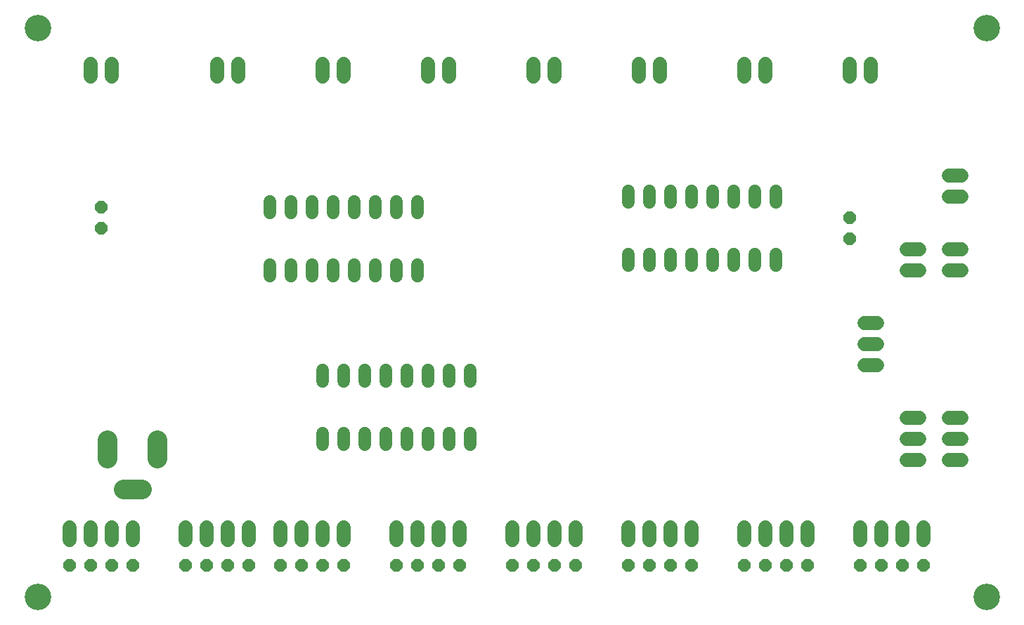
<source format=gbr>
G04 EAGLE Gerber RS-274X export*
G75*
%MOMM*%
%FSLAX34Y34*%
%LPD*%
%INSoldermask Bottom*%
%IPPOS*%
%AMOC8*
5,1,8,0,0,1.08239X$1,22.5*%
G01*
%ADD10C,3.203200*%
%ADD11C,1.727200*%
%ADD12P,1.649562X8X112.500000*%
%ADD13P,1.649562X8X292.500000*%
%ADD14C,1.524000*%
%ADD15P,1.649562X8X22.500000*%
%ADD16C,2.387600*%


D10*
X25400Y711200D03*
X1168400Y711200D03*
X1168400Y25400D03*
X25400Y25400D03*
D11*
X1122680Y419100D02*
X1137920Y419100D01*
X1137920Y444500D02*
X1122680Y444500D01*
X1122680Y241300D02*
X1137920Y241300D01*
X1137920Y215900D02*
X1122680Y215900D01*
X1122680Y190500D02*
X1137920Y190500D01*
X1087120Y241300D02*
X1071880Y241300D01*
X1071880Y215900D02*
X1087120Y215900D01*
X1087120Y190500D02*
X1071880Y190500D01*
D12*
X1003300Y457200D03*
X1003300Y482600D03*
D13*
X101600Y495300D03*
X101600Y469900D03*
D11*
X1021080Y355600D02*
X1036320Y355600D01*
X1036320Y330200D02*
X1021080Y330200D01*
X1021080Y304800D02*
X1036320Y304800D01*
X1071880Y419100D02*
X1087120Y419100D01*
X1087120Y444500D02*
X1071880Y444500D01*
D14*
X914400Y501396D02*
X914400Y514604D01*
X889000Y514604D02*
X889000Y501396D01*
X812800Y501396D02*
X812800Y514604D01*
X787400Y514604D02*
X787400Y501396D01*
X863600Y501396D02*
X863600Y514604D01*
X838200Y514604D02*
X838200Y501396D01*
X762000Y501396D02*
X762000Y514604D01*
X736600Y514604D02*
X736600Y501396D01*
X736600Y438404D02*
X736600Y425196D01*
X762000Y425196D02*
X762000Y438404D01*
X787400Y438404D02*
X787400Y425196D01*
X812800Y425196D02*
X812800Y438404D01*
X838200Y438404D02*
X838200Y425196D01*
X863600Y425196D02*
X863600Y438404D01*
X889000Y438404D02*
X889000Y425196D01*
X914400Y425196D02*
X914400Y438404D01*
X304800Y425704D02*
X304800Y412496D01*
X330200Y412496D02*
X330200Y425704D01*
X406400Y425704D02*
X406400Y412496D01*
X431800Y412496D02*
X431800Y425704D01*
X355600Y425704D02*
X355600Y412496D01*
X381000Y412496D02*
X381000Y425704D01*
X457200Y425704D02*
X457200Y412496D01*
X482600Y412496D02*
X482600Y425704D01*
X482600Y488696D02*
X482600Y501904D01*
X457200Y501904D02*
X457200Y488696D01*
X431800Y488696D02*
X431800Y501904D01*
X406400Y501904D02*
X406400Y488696D01*
X381000Y488696D02*
X381000Y501904D01*
X355600Y501904D02*
X355600Y488696D01*
X330200Y488696D02*
X330200Y501904D01*
X304800Y501904D02*
X304800Y488696D01*
D11*
X520700Y652780D02*
X520700Y668020D01*
X495300Y668020D02*
X495300Y652780D01*
X393700Y652780D02*
X393700Y668020D01*
X368300Y668020D02*
X368300Y652780D01*
X1028700Y652780D02*
X1028700Y668020D01*
X1003300Y668020D02*
X1003300Y652780D01*
X901700Y652780D02*
X901700Y668020D01*
X876300Y668020D02*
X876300Y652780D01*
X266700Y652780D02*
X266700Y668020D01*
X241300Y668020D02*
X241300Y652780D01*
X114300Y652780D02*
X114300Y668020D01*
X88900Y668020D02*
X88900Y652780D01*
X774700Y652780D02*
X774700Y668020D01*
X749300Y668020D02*
X749300Y652780D01*
X647700Y652780D02*
X647700Y668020D01*
X622300Y668020D02*
X622300Y652780D01*
D14*
X368300Y222504D02*
X368300Y209296D01*
X393700Y209296D02*
X393700Y222504D01*
X469900Y222504D02*
X469900Y209296D01*
X495300Y209296D02*
X495300Y222504D01*
X419100Y222504D02*
X419100Y209296D01*
X444500Y209296D02*
X444500Y222504D01*
X520700Y222504D02*
X520700Y209296D01*
X546100Y209296D02*
X546100Y222504D01*
X546100Y285496D02*
X546100Y298704D01*
X520700Y298704D02*
X520700Y285496D01*
X495300Y285496D02*
X495300Y298704D01*
X469900Y298704D02*
X469900Y285496D01*
X444500Y285496D02*
X444500Y298704D01*
X419100Y298704D02*
X419100Y285496D01*
X393700Y285496D02*
X393700Y298704D01*
X368300Y298704D02*
X368300Y285496D01*
D11*
X1016000Y109220D02*
X1016000Y93980D01*
X1041400Y93980D02*
X1041400Y109220D01*
X876300Y109220D02*
X876300Y93980D01*
X901700Y93980D02*
X901700Y109220D01*
X736600Y109220D02*
X736600Y93980D01*
X762000Y93980D02*
X762000Y109220D01*
X596900Y109220D02*
X596900Y93980D01*
X622300Y93980D02*
X622300Y109220D01*
X457200Y109220D02*
X457200Y93980D01*
X482600Y93980D02*
X482600Y109220D01*
X317500Y109220D02*
X317500Y93980D01*
X342900Y93980D02*
X342900Y109220D01*
X203200Y109220D02*
X203200Y93980D01*
X228600Y93980D02*
X228600Y109220D01*
X63500Y109220D02*
X63500Y93980D01*
X88900Y93980D02*
X88900Y109220D01*
X1092200Y109220D02*
X1092200Y93980D01*
X1066800Y93980D02*
X1066800Y109220D01*
X952500Y109220D02*
X952500Y93980D01*
X927100Y93980D02*
X927100Y109220D01*
X812800Y109220D02*
X812800Y93980D01*
X787400Y93980D02*
X787400Y109220D01*
X673100Y109220D02*
X673100Y93980D01*
X647700Y93980D02*
X647700Y109220D01*
X533400Y109220D02*
X533400Y93980D01*
X508000Y93980D02*
X508000Y109220D01*
X393700Y109220D02*
X393700Y93980D01*
X368300Y93980D02*
X368300Y109220D01*
X279400Y109220D02*
X279400Y93980D01*
X254000Y93980D02*
X254000Y109220D01*
X139700Y109220D02*
X139700Y93980D01*
X114300Y93980D02*
X114300Y109220D01*
D15*
X1016000Y63500D03*
X1041400Y63500D03*
X508000Y63500D03*
X533400Y63500D03*
X317500Y63500D03*
X342900Y63500D03*
X368300Y63500D03*
X393700Y63500D03*
X203200Y63500D03*
X228600Y63500D03*
X254000Y63500D03*
X279400Y63500D03*
X63500Y63500D03*
X88900Y63500D03*
X114300Y63500D03*
X139700Y63500D03*
X1066800Y63500D03*
X1092200Y63500D03*
X876300Y63500D03*
X901700Y63500D03*
X927100Y63500D03*
X952500Y63500D03*
X736600Y63500D03*
X762000Y63500D03*
X787400Y63500D03*
X812800Y63500D03*
X596900Y63500D03*
X622300Y63500D03*
X647700Y63500D03*
X673100Y63500D03*
X457200Y63500D03*
X482600Y63500D03*
D11*
X1122680Y508000D02*
X1137920Y508000D01*
X1137920Y533400D02*
X1122680Y533400D01*
D16*
X150622Y155200D02*
X128778Y155200D01*
X109700Y192278D02*
X109700Y214122D01*
X169700Y214122D02*
X169700Y192278D01*
M02*

</source>
